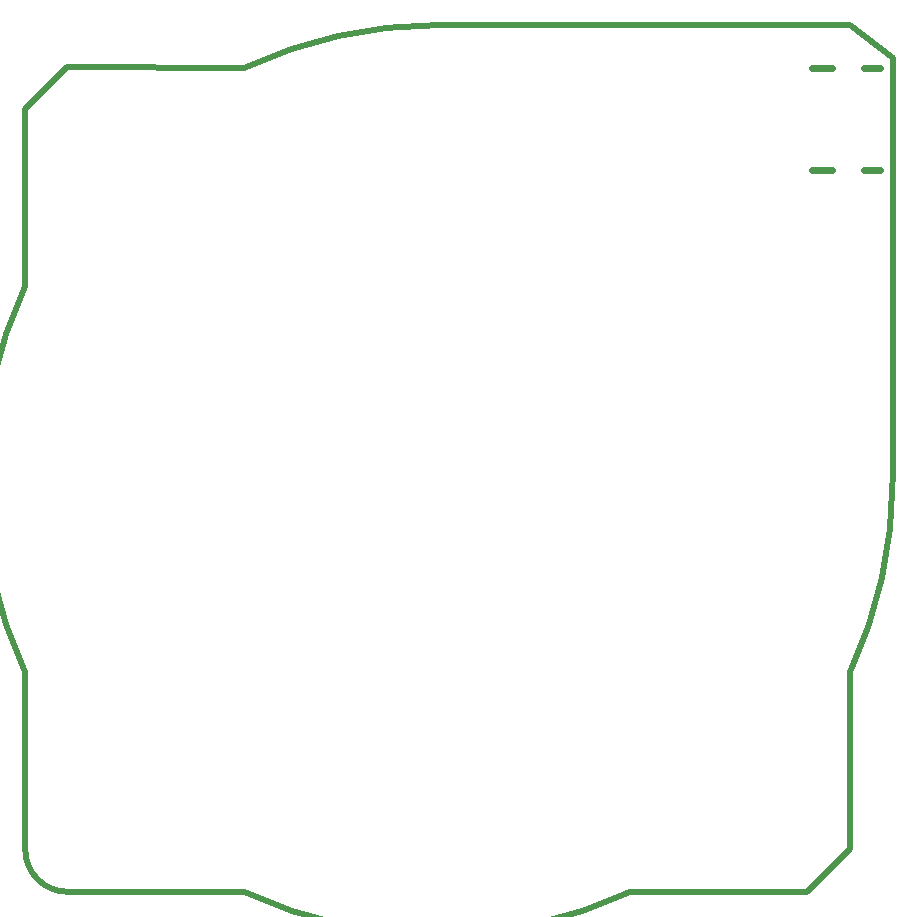
<source format=gbr>
G04 start of page 4 for group 2 idx 2 *
G04 Title: (unknown), outline *
G04 Creator: pcb 4.2.0 *
G04 CreationDate: Thu Mar 26 23:10:16 2020 UTC *
G04 For: blinken *
G04 Format: Gerber/RS-274X *
G04 PCB-Dimensions (mm): 90.16 90.16 *
G04 PCB-Coordinate-Origin: lower left *
%MOMM*%
%FSLAX43Y43*%
%LNOUTLINE*%
%ADD47C,0.600*%
%ADD46C,0.500*%
G54D46*X74900Y18860D02*X74935Y33863D01*
X56244Y15225D02*X71300Y15260D01*
G54D47*X71750Y76390D02*X73430D01*
G54D46*X71286Y15260D02*X74900Y18874D01*
X74942Y88647D02*X39958Y88640D01*
X78542Y85047D02*X78542Y50134D01*
G54D47*X71750Y85040D02*X73440D01*
X76100D02*X77500D01*
X76100Y76390D02*X77500D01*
G54D46*X78542Y85062D02*X78536Y85827D01*
X74928Y88647D01*
X5065Y66458D02*X5100Y81460D01*
Y18860D02*X5065Y33916D01*
X23703Y15225D02*X8700Y15260D01*
X23688Y85033D02*X8700Y85060D01*
X5100Y81503D02*X8657Y85060D01*
X8662D01*
X8700Y15260D02*G75*G02X5100Y18860I0J3600D01*G01*
X5065Y66458D02*G75*G03X5065Y33916I34893J-16271D01*G01*
X23703Y15225D02*G75*G03X56244Y15225I16271J34893D01*G01*
X74935Y33863D02*G75*G03X78542Y50133I-34893J16271D01*G01*
X39958Y88640D02*G75*G03X23687Y85033I0J-38500D01*G01*
M02*

</source>
